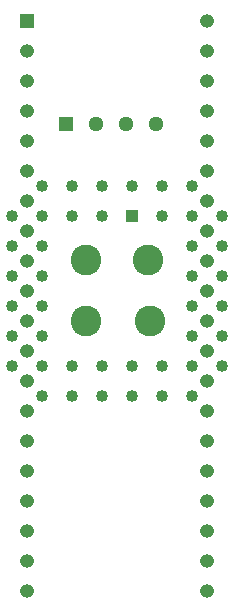
<source format=gbs>
G04 #@! TF.GenerationSoftware,KiCad,Pcbnew,(5.1.6-0)*
G04 #@! TF.CreationDate,2023-03-06T07:47:12+01:00*
G04 #@! TF.ProjectId,CIAAdapter,43494141-6461-4707-9465-722e6b696361,rev?*
G04 #@! TF.SameCoordinates,Original*
G04 #@! TF.FileFunction,Soldermask,Bot*
G04 #@! TF.FilePolarity,Negative*
%FSLAX46Y46*%
G04 Gerber Fmt 4.6, Leading zero omitted, Abs format (unit mm)*
G04 Created by KiCad (PCBNEW (5.1.6-0)) date 2023-03-06 07:47:12*
%MOMM*%
%LPD*%
G01*
G04 APERTURE LIST*
%ADD10O,1.300000X1.300000*%
%ADD11R,1.300000X1.300000*%
%ADD12O,1.200000X1.200000*%
%ADD13R,1.200000X1.200000*%
%ADD14C,1.022400*%
%ADD15R,1.022400X1.022400*%
%ADD16C,2.600000*%
G04 APERTURE END LIST*
D10*
X40640000Y-39179500D03*
X38100000Y-39179500D03*
X35560000Y-39179500D03*
D11*
X33020000Y-39179500D03*
D12*
X44894500Y-30480000D03*
X29654500Y-78740000D03*
X44894500Y-33020000D03*
X29654500Y-76200000D03*
X44894500Y-35560000D03*
X29654500Y-73660000D03*
X44894500Y-38100000D03*
X29654500Y-71120000D03*
X44894500Y-40640000D03*
X29654500Y-68580000D03*
X44894500Y-43180000D03*
X29654500Y-66040000D03*
X44894500Y-45720000D03*
X29654500Y-63500000D03*
X44894500Y-48260000D03*
X29654500Y-60960000D03*
X44894500Y-50800000D03*
X29654500Y-58420000D03*
X44894500Y-53340000D03*
X29654500Y-55880000D03*
X44894500Y-55880000D03*
X29654500Y-53340000D03*
X44894500Y-58420000D03*
X29654500Y-50800000D03*
X44894500Y-60960000D03*
X29654500Y-48260000D03*
X44894500Y-63500000D03*
X29654500Y-45720000D03*
X44894500Y-66040000D03*
X29654500Y-43180000D03*
X44894500Y-68580000D03*
X29654500Y-40640000D03*
X44894500Y-71120000D03*
X29654500Y-38100000D03*
X44894500Y-73660000D03*
X29654500Y-35560000D03*
X44894500Y-76200000D03*
X29654500Y-33020000D03*
X44894500Y-78740000D03*
D13*
X29654500Y-30480000D03*
D14*
X46164500Y-46990000D03*
X46164500Y-49530000D03*
X46164500Y-52070000D03*
X46164500Y-54610000D03*
X46164500Y-57150000D03*
X43624500Y-44450000D03*
X43624500Y-49530000D03*
X43624500Y-52070000D03*
X43624500Y-54610000D03*
X43624500Y-57150000D03*
X43624500Y-59690000D03*
X43624500Y-62230000D03*
X41084500Y-62230000D03*
X38544500Y-62230000D03*
X36004500Y-62230000D03*
X33464500Y-62230000D03*
X30924500Y-62230000D03*
X46164500Y-59690000D03*
X41084500Y-59690000D03*
X38544500Y-59690000D03*
X36004500Y-59690000D03*
X33464500Y-59690000D03*
X30924500Y-59690000D03*
X28384500Y-59690000D03*
X28384500Y-57150000D03*
X28384500Y-54610000D03*
X28384500Y-52070000D03*
X28384500Y-49530000D03*
X28384500Y-46990000D03*
X30924500Y-57150000D03*
X30924500Y-54610000D03*
X30924500Y-52070000D03*
X30924500Y-49530000D03*
X30924500Y-46990000D03*
X41084500Y-44450000D03*
X38544500Y-44450000D03*
X30924500Y-44450000D03*
X33464500Y-44450000D03*
X36004500Y-44450000D03*
X43624500Y-46990000D03*
X41084500Y-46990000D03*
X33464500Y-46990000D03*
X36004500Y-46990000D03*
D15*
X38544500Y-46990000D03*
D16*
X34671000Y-50673000D03*
X40068500Y-55816500D03*
X34671000Y-55816500D03*
X39941500Y-50673000D03*
M02*

</source>
